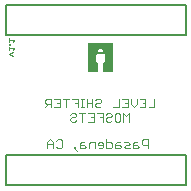
<source format=gbo>
G75*
%MOIN*%
%OFA0B0*%
%FSLAX24Y24*%
%IPPOS*%
%LPD*%
%AMOC8*
5,1,8,0,0,1.08239X$1,22.5*
%
%ADD10C,0.0030*%
%ADD11C,0.0020*%
%ADD12C,0.0080*%
%ADD13C,0.0010*%
D10*
X001635Y001385D02*
X001635Y001578D01*
X001732Y001675D01*
X001828Y001578D01*
X001828Y001385D01*
X001930Y001433D02*
X001978Y001385D01*
X002075Y001385D01*
X002123Y001433D01*
X002123Y001627D01*
X002075Y001675D01*
X001978Y001675D01*
X001930Y001627D01*
X001828Y001530D02*
X001635Y001530D01*
X002400Y002313D02*
X002448Y002265D01*
X002545Y002265D01*
X002593Y002313D01*
X002545Y002410D02*
X002448Y002410D01*
X002400Y002362D01*
X002400Y002313D01*
X002545Y002410D02*
X002593Y002458D01*
X002593Y002507D01*
X002545Y002555D01*
X002448Y002555D01*
X002400Y002507D01*
X002251Y002745D02*
X002251Y003035D01*
X002348Y003035D02*
X002154Y003035D01*
X002053Y003035D02*
X002053Y002745D01*
X001860Y002745D01*
X001759Y002745D02*
X001759Y003035D01*
X001613Y003035D01*
X001565Y002987D01*
X001565Y002890D01*
X001613Y002842D01*
X001759Y002842D01*
X001662Y002842D02*
X001565Y002745D01*
X001860Y003035D02*
X002053Y003035D01*
X002053Y002890D02*
X001956Y002890D01*
X002449Y003035D02*
X002642Y003035D01*
X002642Y002745D01*
X002742Y002745D02*
X002839Y002745D01*
X002791Y002745D02*
X002791Y003035D01*
X002839Y003035D02*
X002742Y003035D01*
X002642Y002890D02*
X002546Y002890D01*
X002695Y002555D02*
X002888Y002555D01*
X002791Y002555D02*
X002791Y002265D01*
X002989Y002265D02*
X003183Y002265D01*
X003183Y002555D01*
X002989Y002555D01*
X003086Y002410D02*
X003183Y002410D01*
X003284Y002555D02*
X003477Y002555D01*
X003477Y002265D01*
X003578Y002313D02*
X003578Y002362D01*
X003627Y002410D01*
X003724Y002410D01*
X003772Y002458D01*
X003772Y002507D01*
X003724Y002555D01*
X003627Y002555D01*
X003578Y002507D01*
X003477Y002410D02*
X003381Y002410D01*
X003578Y002313D02*
X003627Y002265D01*
X003724Y002265D01*
X003772Y002313D01*
X003873Y002313D02*
X003922Y002265D01*
X004018Y002265D01*
X004067Y002313D01*
X004067Y002507D01*
X004018Y002555D01*
X003922Y002555D01*
X003873Y002507D01*
X003873Y002313D01*
X004168Y002265D02*
X004168Y002555D01*
X004265Y002458D01*
X004361Y002555D01*
X004361Y002265D01*
X004312Y002745D02*
X004119Y002745D01*
X004018Y002745D02*
X003824Y002745D01*
X004018Y002745D02*
X004018Y003035D01*
X004119Y003035D02*
X004312Y003035D01*
X004312Y002745D01*
X004413Y002842D02*
X004413Y003035D01*
X004312Y002890D02*
X004215Y002890D01*
X004413Y002842D02*
X004510Y002745D01*
X004607Y002842D01*
X004607Y003035D01*
X004708Y003035D02*
X004901Y003035D01*
X004901Y002745D01*
X004708Y002745D01*
X004805Y002890D02*
X004901Y002890D01*
X005003Y002745D02*
X005196Y002745D01*
X005196Y003035D01*
X004971Y001675D02*
X004826Y001675D01*
X004778Y001627D01*
X004778Y001530D01*
X004826Y001482D01*
X004971Y001482D01*
X004971Y001385D02*
X004971Y001675D01*
X004677Y001433D02*
X004628Y001482D01*
X004483Y001482D01*
X004483Y001530D02*
X004483Y001385D01*
X004628Y001385D01*
X004677Y001433D01*
X004628Y001578D02*
X004532Y001578D01*
X004483Y001530D01*
X004382Y001530D02*
X004334Y001482D01*
X004237Y001482D01*
X004189Y001433D01*
X004237Y001385D01*
X004382Y001385D01*
X004382Y001530D02*
X004334Y001578D01*
X004189Y001578D01*
X004039Y001578D02*
X003942Y001578D01*
X003894Y001530D01*
X003894Y001385D01*
X004039Y001385D01*
X004087Y001433D01*
X004039Y001482D01*
X003894Y001482D01*
X003793Y001530D02*
X003744Y001578D01*
X003599Y001578D01*
X003599Y001675D02*
X003599Y001385D01*
X003744Y001385D01*
X003793Y001433D01*
X003793Y001530D01*
X003498Y001530D02*
X003498Y001433D01*
X003450Y001385D01*
X003353Y001385D01*
X003305Y001482D02*
X003498Y001482D01*
X003498Y001530D02*
X003450Y001578D01*
X003353Y001578D01*
X003305Y001530D01*
X003305Y001482D01*
X003203Y001385D02*
X003203Y001578D01*
X003058Y001578D01*
X003010Y001530D01*
X003010Y001385D01*
X002909Y001433D02*
X002860Y001482D01*
X002715Y001482D01*
X002715Y001530D02*
X002715Y001385D01*
X002860Y001385D01*
X002909Y001433D01*
X002860Y001578D02*
X002764Y001578D01*
X002715Y001530D01*
X002566Y001433D02*
X002566Y001385D01*
X002517Y001385D01*
X002517Y001433D01*
X002566Y001433D01*
X002517Y001385D02*
X002614Y001288D01*
X002940Y002745D02*
X002940Y003035D01*
X002940Y002890D02*
X003134Y002890D01*
X003235Y002842D02*
X003235Y002793D01*
X003283Y002745D01*
X003380Y002745D01*
X003428Y002793D01*
X003380Y002890D02*
X003283Y002890D01*
X003235Y002842D01*
X003134Y002745D02*
X003134Y003035D01*
X003235Y002987D02*
X003283Y003035D01*
X003380Y003035D01*
X003428Y002987D01*
X003428Y002938D01*
X003380Y002890D01*
D11*
X000535Y004710D02*
X000355Y004710D01*
X000355Y004650D02*
X000355Y004770D01*
X000355Y004834D02*
X000355Y004864D01*
X000385Y004864D01*
X000385Y004834D01*
X000355Y004834D01*
X000355Y004926D02*
X000355Y005046D01*
X000355Y004986D02*
X000535Y004986D01*
X000475Y004926D01*
X000535Y004710D02*
X000475Y004650D01*
X000475Y004586D02*
X000355Y004526D01*
X000475Y004465D01*
D12*
X000245Y000150D02*
X006245Y000150D01*
X006245Y001150D01*
X000245Y001150D01*
X000245Y000150D01*
X000245Y005150D02*
X000245Y006150D01*
X006245Y006150D01*
X006245Y005150D01*
X000245Y005150D01*
D13*
X002999Y004878D02*
X002999Y003948D01*
X003273Y003948D01*
X003273Y004222D01*
X003223Y004246D01*
X003223Y004530D01*
X003271Y004570D01*
X003301Y004570D01*
X003301Y004688D01*
X003323Y004710D01*
X003449Y004710D01*
X003477Y004684D01*
X003477Y004592D01*
X003499Y004592D01*
X003499Y004570D01*
X003477Y004570D01*
X003303Y004570D01*
X003303Y004586D01*
X003503Y004586D01*
X003503Y004568D01*
X003551Y004528D01*
X003551Y004246D01*
X003501Y004220D01*
X003501Y003950D01*
X003775Y003950D01*
X003775Y004878D01*
X002999Y004878D01*
X002999Y004876D02*
X003775Y004876D01*
X003775Y004868D02*
X002999Y004868D01*
X002999Y004859D02*
X003775Y004859D01*
X003775Y004851D02*
X002999Y004851D01*
X002999Y004842D02*
X003775Y004842D01*
X003775Y004834D02*
X002999Y004834D01*
X002999Y004825D02*
X003775Y004825D01*
X003775Y004817D02*
X002999Y004817D01*
X002999Y004808D02*
X003775Y004808D01*
X003775Y004800D02*
X002999Y004800D01*
X002999Y004791D02*
X003775Y004791D01*
X003775Y004783D02*
X002999Y004783D01*
X002999Y004774D02*
X003775Y004774D01*
X003775Y004766D02*
X002999Y004766D01*
X002999Y004757D02*
X003775Y004757D01*
X003775Y004749D02*
X002999Y004749D01*
X002999Y004740D02*
X003775Y004740D01*
X003775Y004732D02*
X002999Y004732D01*
X002999Y004723D02*
X003775Y004723D01*
X003775Y004715D02*
X002999Y004715D01*
X002999Y004706D02*
X003319Y004706D01*
X003311Y004698D02*
X002999Y004698D01*
X002999Y004689D02*
X003302Y004689D01*
X003301Y004681D02*
X002999Y004681D01*
X002999Y004672D02*
X003301Y004672D01*
X003301Y004664D02*
X002999Y004664D01*
X002999Y004655D02*
X003301Y004655D01*
X003301Y004647D02*
X002999Y004647D01*
X002999Y004638D02*
X003301Y004638D01*
X003301Y004630D02*
X002999Y004630D01*
X002999Y004621D02*
X003301Y004621D01*
X003301Y004613D02*
X002999Y004613D01*
X002999Y004604D02*
X003301Y004604D01*
X003301Y004596D02*
X002999Y004596D01*
X002999Y004587D02*
X003301Y004587D01*
X003301Y004579D02*
X002999Y004579D01*
X002999Y004570D02*
X003301Y004570D01*
X003303Y004570D02*
X003499Y004570D01*
X003503Y004570D02*
X003775Y004570D01*
X003775Y004562D02*
X003511Y004562D01*
X003521Y004553D02*
X003775Y004553D01*
X003775Y004545D02*
X003531Y004545D01*
X003541Y004536D02*
X003775Y004536D01*
X003775Y004528D02*
X003551Y004528D01*
X003551Y004519D02*
X003775Y004519D01*
X003775Y004511D02*
X003551Y004511D01*
X003551Y004502D02*
X003775Y004502D01*
X003775Y004494D02*
X003551Y004494D01*
X003551Y004485D02*
X003775Y004485D01*
X003775Y004477D02*
X003551Y004477D01*
X003551Y004468D02*
X003775Y004468D01*
X003775Y004460D02*
X003551Y004460D01*
X003551Y004451D02*
X003775Y004451D01*
X003775Y004443D02*
X003551Y004443D01*
X003551Y004434D02*
X003775Y004434D01*
X003775Y004426D02*
X003551Y004426D01*
X003551Y004417D02*
X003775Y004417D01*
X003775Y004409D02*
X003551Y004409D01*
X003551Y004400D02*
X003775Y004400D01*
X003775Y004392D02*
X003551Y004392D01*
X003551Y004383D02*
X003775Y004383D01*
X003775Y004375D02*
X003551Y004375D01*
X003551Y004366D02*
X003775Y004366D01*
X003775Y004358D02*
X003551Y004358D01*
X003551Y004349D02*
X003775Y004349D01*
X003775Y004341D02*
X003551Y004341D01*
X003551Y004332D02*
X003775Y004332D01*
X003775Y004324D02*
X003551Y004324D01*
X003551Y004315D02*
X003775Y004315D01*
X003775Y004307D02*
X003551Y004307D01*
X003551Y004298D02*
X003775Y004298D01*
X003775Y004290D02*
X003551Y004290D01*
X003551Y004281D02*
X003775Y004281D01*
X003775Y004273D02*
X003551Y004273D01*
X003551Y004264D02*
X003775Y004264D01*
X003775Y004256D02*
X003551Y004256D01*
X003551Y004247D02*
X003775Y004247D01*
X003775Y004239D02*
X003537Y004239D01*
X003520Y004230D02*
X003775Y004230D01*
X003775Y004222D02*
X003504Y004222D01*
X003501Y004213D02*
X003775Y004213D01*
X003775Y004205D02*
X003501Y004205D01*
X003501Y004196D02*
X003775Y004196D01*
X003775Y004188D02*
X003501Y004188D01*
X003501Y004179D02*
X003775Y004179D01*
X003775Y004171D02*
X003501Y004171D01*
X003501Y004162D02*
X003775Y004162D01*
X003775Y004154D02*
X003501Y004154D01*
X003501Y004145D02*
X003775Y004145D01*
X003775Y004137D02*
X003501Y004137D01*
X003501Y004128D02*
X003775Y004128D01*
X003775Y004120D02*
X003501Y004120D01*
X003501Y004111D02*
X003775Y004111D01*
X003775Y004103D02*
X003501Y004103D01*
X003501Y004094D02*
X003775Y004094D01*
X003775Y004086D02*
X003501Y004086D01*
X003501Y004077D02*
X003775Y004077D01*
X003775Y004069D02*
X003501Y004069D01*
X003501Y004060D02*
X003775Y004060D01*
X003775Y004052D02*
X003501Y004052D01*
X003501Y004043D02*
X003775Y004043D01*
X003775Y004035D02*
X003501Y004035D01*
X003501Y004026D02*
X003775Y004026D01*
X003775Y004018D02*
X003501Y004018D01*
X003501Y004009D02*
X003775Y004009D01*
X003775Y004001D02*
X003501Y004001D01*
X003501Y003992D02*
X003775Y003992D01*
X003775Y003984D02*
X003501Y003984D01*
X003501Y003975D02*
X003775Y003975D01*
X003775Y003967D02*
X003501Y003967D01*
X003501Y003958D02*
X003775Y003958D01*
X003273Y003958D02*
X002999Y003958D01*
X002999Y003950D02*
X003273Y003950D01*
X003273Y003967D02*
X002999Y003967D01*
X002999Y003975D02*
X003273Y003975D01*
X003273Y003984D02*
X002999Y003984D01*
X002999Y003992D02*
X003273Y003992D01*
X003273Y004001D02*
X002999Y004001D01*
X002999Y004009D02*
X003273Y004009D01*
X003273Y004018D02*
X002999Y004018D01*
X002999Y004026D02*
X003273Y004026D01*
X003273Y004035D02*
X002999Y004035D01*
X002999Y004043D02*
X003273Y004043D01*
X003273Y004052D02*
X002999Y004052D01*
X002999Y004060D02*
X003273Y004060D01*
X003273Y004069D02*
X002999Y004069D01*
X002999Y004077D02*
X003273Y004077D01*
X003273Y004086D02*
X002999Y004086D01*
X002999Y004094D02*
X003273Y004094D01*
X003273Y004103D02*
X002999Y004103D01*
X002999Y004111D02*
X003273Y004111D01*
X003273Y004120D02*
X002999Y004120D01*
X002999Y004128D02*
X003273Y004128D01*
X003273Y004137D02*
X002999Y004137D01*
X002999Y004145D02*
X003273Y004145D01*
X003273Y004154D02*
X002999Y004154D01*
X002999Y004162D02*
X003273Y004162D01*
X003273Y004171D02*
X002999Y004171D01*
X002999Y004179D02*
X003273Y004179D01*
X003273Y004188D02*
X002999Y004188D01*
X002999Y004196D02*
X003273Y004196D01*
X003273Y004205D02*
X002999Y004205D01*
X002999Y004213D02*
X003273Y004213D01*
X003273Y004222D02*
X002999Y004222D01*
X002999Y004230D02*
X003256Y004230D01*
X003238Y004239D02*
X002999Y004239D01*
X002999Y004247D02*
X003223Y004247D01*
X003223Y004256D02*
X002999Y004256D01*
X002999Y004264D02*
X003223Y004264D01*
X003223Y004273D02*
X002999Y004273D01*
X002999Y004281D02*
X003223Y004281D01*
X003223Y004290D02*
X002999Y004290D01*
X002999Y004298D02*
X003223Y004298D01*
X003223Y004307D02*
X002999Y004307D01*
X002999Y004315D02*
X003223Y004315D01*
X003223Y004324D02*
X002999Y004324D01*
X002999Y004332D02*
X003223Y004332D01*
X003223Y004341D02*
X002999Y004341D01*
X002999Y004349D02*
X003223Y004349D01*
X003223Y004358D02*
X002999Y004358D01*
X002999Y004366D02*
X003223Y004366D01*
X003223Y004375D02*
X002999Y004375D01*
X002999Y004383D02*
X003223Y004383D01*
X003223Y004392D02*
X002999Y004392D01*
X002999Y004400D02*
X003223Y004400D01*
X003223Y004409D02*
X002999Y004409D01*
X002999Y004417D02*
X003223Y004417D01*
X003223Y004426D02*
X002999Y004426D01*
X002999Y004434D02*
X003223Y004434D01*
X003223Y004443D02*
X002999Y004443D01*
X002999Y004451D02*
X003223Y004451D01*
X003223Y004460D02*
X002999Y004460D01*
X002999Y004468D02*
X003223Y004468D01*
X003223Y004477D02*
X002999Y004477D01*
X002999Y004485D02*
X003223Y004485D01*
X003223Y004494D02*
X002999Y004494D01*
X002999Y004502D02*
X003223Y004502D01*
X003223Y004511D02*
X002999Y004511D01*
X002999Y004519D02*
X003223Y004519D01*
X003223Y004528D02*
X002999Y004528D01*
X002999Y004536D02*
X003230Y004536D01*
X003241Y004545D02*
X002999Y004545D01*
X002999Y004553D02*
X003251Y004553D01*
X003261Y004562D02*
X002999Y004562D01*
X003303Y004579D02*
X003499Y004579D01*
X003503Y004579D02*
X003775Y004579D01*
X003775Y004587D02*
X003499Y004587D01*
X003477Y004596D02*
X003775Y004596D01*
X003775Y004604D02*
X003477Y004604D01*
X003477Y004613D02*
X003775Y004613D01*
X003775Y004621D02*
X003477Y004621D01*
X003477Y004630D02*
X003775Y004630D01*
X003775Y004638D02*
X003477Y004638D01*
X003477Y004647D02*
X003775Y004647D01*
X003775Y004655D02*
X003477Y004655D01*
X003477Y004664D02*
X003775Y004664D01*
X003775Y004672D02*
X003477Y004672D01*
X003477Y004681D02*
X003775Y004681D01*
X003775Y004689D02*
X003471Y004689D01*
X003462Y004698D02*
X003775Y004698D01*
X003775Y004706D02*
X003453Y004706D01*
M02*

</source>
